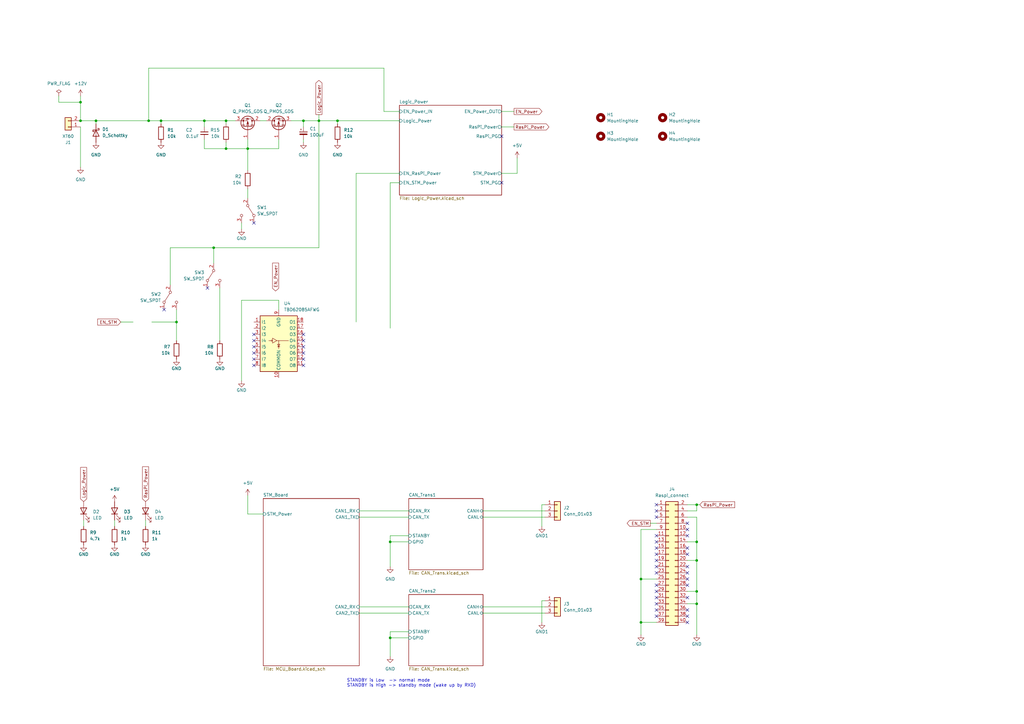
<source format=kicad_sch>
(kicad_sch (version 20250114) (generator "eeschema") (generator_version "9.0")
  (paper "A3")
  (lib_symbols
    (symbol "Connector_Generic:Conn_01x02" (pin_names (offset 1.016) (hide yes))
      (property "Reference" "J" (at 0 2.54 0))
      (property "Value" "Conn_01x02" (at 0 -5.08 0))
      (symbol "Conn_01x02_1_1"
        (rectangle (start -1.27 1.27) (end 1.27 -3.81) (stroke (width 0.254)) (fill (type background)))
        (rectangle (start -1.27 0.127) (end 0 -0.127) (stroke (width 0.1524)))
        (rectangle (start -1.27 -2.413) (end 0 -2.667) (stroke (width 0.1524)))
        (pin passive line (at -5.08 0 0) (length 3.81) (name "Pin_1") (number "1"))
        (pin passive line (at -5.08 -2.54 0) (length 3.81) (name "Pin_2") (number "2"))
      )
    )
    (symbol "Connector_Generic:Conn_01x03" (pin_names (offset 1.016) (hide yes))
      (property "Reference" "J" (at 0 5.08 0))
      (property "Value" "Conn_01x03" (at 0 -5.08 0))
      (symbol "Conn_01x03_1_1"
        (rectangle (start -1.27 3.81) (end 1.27 -3.81) (stroke (width 0.254)) (fill (type background)))
        (rectangle (start -1.27 2.667) (end 0 2.413) (stroke (width 0.1524)))
        (rectangle (start -1.27 0.127) (end 0 -0.127) (stroke (width 0.1524)))
        (rectangle (start -1.27 -2.413) (end 0 -2.667) (stroke (width 0.1524)))
        (pin passive line (at -5.08 2.54 0) (length 3.81) (name "Pin_1") (number "1"))
        (pin passive line (at -5.08 0 0) (length 3.81) (name "Pin_2") (number "2"))
        (pin passive line (at -5.08 -2.54 0) (length 3.81) (name "Pin_3") (number "3"))
      )
    )
    (symbol "Connector_Generic:Conn_02x20_Odd_Even" (pin_names (offset 1.016) (hide yes))
      (property "Reference" "J" (at 1.27 25.4 0))
      (property "Value" "Conn_02x20_Odd_Even" (at 1.27 -27.94 0))
      (symbol "Conn_02x20_Odd_Even_1_1"
        (rectangle (start -1.27 24.13) (end 3.81 -26.67) (stroke (width 0.254)) (fill (type background)))
        (rectangle (start -1.27 22.987) (end 0 22.733) (stroke (width 0.1524)))
        (rectangle (start -1.27 20.447) (end 0 20.193) (stroke (width 0.1524)))
        (rectangle (start -1.27 17.907) (end 0 17.653) (stroke (width 0.1524)))
        (rectangle (start -1.27 15.367) (end 0 15.113) (stroke (width 0.1524)))
        (rectangle (start -1.27 12.827) (end 0 12.573) (stroke (width 0.1524)))
        (rectangle (start -1.27 10.287) (end 0 10.033) (stroke (width 0.1524)))
        (rectangle (start -1.27 7.747) (end 0 7.493) (stroke (width 0.1524)))
        (rectangle (start -1.27 5.207) (end 0 4.953) (stroke (width 0.1524)))
        (rectangle (start -1.27 2.667) (end 0 2.413) (stroke (width 0.1524)))
        (rectangle (start -1.27 0.127) (end 0 -0.127) (stroke (width 0.1524)))
        (rectangle (start -1.27 -2.413) (end 0 -2.667) (stroke (width 0.1524)))
        (rectangle (start -1.27 -4.953) (end 0 -5.207) (stroke (width 0.1524)))
        (rectangle (start -1.27 -7.493) (end 0 -7.747) (stroke (width 0.1524)))
        (rectangle (start -1.27 -10.033) (end 0 -10.287) (stroke (width 0.1524)))
        (rectangle (start -1.27 -12.573) (end 0 -12.827) (stroke (width 0.1524)))
        (rectangle (start -1.27 -15.113) (end 0 -15.367) (stroke (width 0.1524)))
        (rectangle (start -1.27 -17.653) (end 0 -17.907) (stroke (width 0.1524)))
        (rectangle (start -1.27 -20.193) (end 0 -20.447) (stroke (width 0.1524)))
        (rectangle (start -1.27 -22.733) (end 0 -22.987) (stroke (width 0.1524)))
        (rectangle (start -1.27 -25.273) (end 0 -25.527) (stroke (width 0.1524)))
        (rectangle (start 3.81 22.987) (end 2.54 22.733) (stroke (width 0.1524)))
        (rectangle (start 3.81 20.447) (end 2.54 20.193) (stroke (width 0.1524)))
        (rectangle (start 3.81 17.907) (end 2.54 17.653) (stroke (width 0.1524)))
        (rectangle (start 3.81 15.367) (end 2.54 15.113) (stroke (width 0.1524)))
        (rectangle (start 3.81 12.827) (end 2.54 12.573) (stroke (width 0.1524)))
        (rectangle (start 3.81 10.287) (end 2.54 10.033) (stroke (width 0.1524)))
        (rectangle (start 3.81 7.747) (end 2.54 7.493) (stroke (width 0.1524)))
        (rectangle (start 3.81 5.207) (end 2.54 4.953) (stroke (width 0.1524)))
        (rectangle (start 3.81 2.667) (end 2.54 2.413) (stroke (width 0.1524)))
        (rectangle (start 3.81 0.127) (end 2.54 -0.127) (stroke (width 0.1524)))
        (rectangle (start 3.81 -2.413) (end 2.54 -2.667) (stroke (width 0.1524)))
        (rectangle (start 3.81 -4.953) (end 2.54 -5.207) (stroke (width 0.1524)))
        (rectangle (start 3.81 -7.493) (end 2.54 -7.747) (stroke (width 0.1524)))
        (rectangle (start 3.81 -10.033) (end 2.54 -10.287) (stroke (width 0.1524)))
        (rectangle (start 3.81 -12.573) (end 2.54 -12.827) (stroke (width 0.1524)))
        (rectangle (start 3.81 -15.113) (end 2.54 -15.367) (stroke (width 0.1524)))
        (rectangle (start 3.81 -17.653) (end 2.54 -17.907) (stroke (width 0.1524)))
        (rectangle (start 3.81 -20.193) (end 2.54 -20.447) (stroke (width 0.1524)))
        (rectangle (start 3.81 -22.733) (end 2.54 -22.987) (stroke (width 0.1524)))
        (rectangle (start 3.81 -25.273) (end 2.54 -25.527) (stroke (width 0.1524)))
        (pin passive line (at -5.08 22.86 0) (length 3.81) (name "Pin_1") (number "1"))
        (pin passive line (at -5.08 20.32 0) (length 3.81) (name "Pin_3") (number "3"))
        (pin passive line (at -5.08 17.78 0) (length 3.81) (name "Pin_5") (number "5"))
        (pin passive line (at -5.08 15.24 0) (length 3.81) (name "Pin_7") (number "7"))
        (pin passive line (at -5.08 12.7 0) (length 3.81) (name "Pin_9") (number "9"))
        (pin passive line (at -5.08 10.16 0) (length 3.81) (name "Pin_11") (number "11"))
        (pin passive line (at -5.08 7.62 0) (length 3.81) (name "Pin_13") (number "13"))
        (pin passive line (at -5.08 5.08 0) (length 3.81) (name "Pin_15") (number "15"))
        (pin passive line (at -5.08 2.54 0) (length 3.81) (name "Pin_17") (number "17"))
        (pin passive line (at -5.08 0 0) (length 3.81) (name "Pin_19") (number "19"))
        (pin passive line (at -5.08 -2.54 0) (length 3.81) (name "Pin_21") (number "21"))
        (pin passive line (at -5.08 -5.08 0) (length 3.81) (name "Pin_23") (number "23"))
        (pin passive line (at -5.08 -7.62 0) (length 3.81) (name "Pin_25") (number "25"))
        (pin passive line (at -5.08 -10.16 0) (length 3.81) (name "Pin_27") (number "27"))
        (pin passive line (at -5.08 -12.7 0) (length 3.81) (name "Pin_29") (number "29"))
        (pin passive line (at -5.08 -15.24 0) (length 3.81) (name "Pin_31") (number "31"))
        (pin passive line (at -5.08 -17.78 0) (length 3.81) (name "Pin_33") (number "33"))
        (pin passive line (at -5.08 -20.32 0) (length 3.81) (name "Pin_35") (number "35"))
        (pin passive line (at -5.08 -22.86 0) (length 3.81) (name "Pin_37") (number "37"))
        (pin passive line (at -5.08 -25.4 0) (length 3.81) (name "Pin_39") (number "39"))
        (pin passive line (at 7.62 22.86 180) (length 3.81) (name "Pin_2") (number "2"))
        (pin passive line (at 7.62 20.32 180) (length 3.81) (name "Pin_4") (number "4"))
        (pin passive line (at 7.62 17.78 180) (length 3.81) (name "Pin_6") (number "6"))
        (pin passive line (at 7.62 15.24 180) (length 3.81) (name "Pin_8") (number "8"))
        (pin passive line (at 7.62 12.7 180) (length 3.81) (name "Pin_10") (number "10"))
        (pin passive line (at 7.62 10.16 180) (length 3.81) (name "Pin_12") (number "12"))
        (pin passive line (at 7.62 7.62 180) (length 3.81) (name "Pin_14") (number "14"))
        (pin passive line (at 7.62 5.08 180) (length 3.81) (name "Pin_16") (number "16"))
        (pin passive line (at 7.62 2.54 180) (length 3.81) (name "Pin_18") (number "18"))
        (pin passive line (at 7.62 0 180) (length 3.81) (name "Pin_20") (number "20"))
        (pin passive line (at 7.62 -2.54 180) (length 3.81) (name "Pin_22") (number "22"))
        (pin passive line (at 7.62 -5.08 180) (length 3.81) (name "Pin_24") (number "24"))
        (pin passive line (at 7.62 -7.62 180) (length 3.81) (name "Pin_26") (number "26"))
        (pin passive line (at 7.62 -10.16 180) (length 3.81) (name "Pin_28") (number "28"))
        (pin passive line (at 7.62 -12.7 180) (length 3.81) (name "Pin_30") (number "30"))
        (pin passive line (at 7.62 -15.24 180) (length 3.81) (name "Pin_32") (number "32"))
        (pin passive line (at 7.62 -17.78 180) (length 3.81) (name "Pin_34") (number "34"))
        (pin passive line (at 7.62 -20.32 180) (length 3.81) (name "Pin_36") (number "36"))
        (pin passive line (at 7.62 -22.86 180) (length 3.81) (name "Pin_38") (number "38"))
        (pin passive line (at 7.62 -25.4 180) (length 3.81) (name "Pin_40") (number "40"))
      )
    )
    (symbol "Device:C_Polarized_Small" (pin_numbers (hide yes)) (pin_names (offset 0.254) (hide yes))
      (property "Reference" "C" (at 0.254 1.778 0))
      (property "Value" "C_Polarized_Small" (at 0.254 -2.032 0))
      (symbol "C_Polarized_Small_0_1"
        (rectangle (start -1.524 0.6858) (end 1.524 0.3048))
        (rectangle (start -1.524 -0.3048) (end 1.524 -0.6858) (fill (type outline)))
        (polyline (pts (xy -1.27 1.524) (xy -0.762 1.524)))
        (polyline (pts (xy -1.016 1.27) (xy -1.016 1.778)))
      )
      (symbol "C_Polarized_Small_1_1"
        (pin passive line (at 0 2.54 270) (length 1.8542) (name "~") (number "1"))
        (pin passive line (at 0 -2.54 90) (length 1.8542) (name "~") (number "2"))
      )
    )
    (symbol "Device:C_Small" (pin_numbers (hide yes)) (pin_names (offset 0.254) (hide yes))
      (property "Reference" "C" (at 0.254 1.778 0))
      (property "Value" "C_Small" (at 0.254 -2.032 0))
      (symbol "C_Small_0_1"
        (polyline (pts (xy -1.524 0.508) (xy 1.524 0.508)) (stroke (width 0.3048)))
        (polyline (pts (xy -1.524 -0.508) (xy 1.524 -0.508)) (stroke (width 0.3302)))
      )
      (symbol "C_Small_1_1"
        (pin passive line (at 0 2.54 270) (length 2.032) (name "~") (number "1"))
        (pin passive line (at 0 -2.54 90) (length 2.032) (name "~") (number "2"))
      )
    )
    (symbol "Device:D_Schottky" (pin_numbers (hide yes)) (pin_names (offset 1.016) (hide yes))
      (property "Reference" "D" (at 0 2.54 0))
      (property "Value" "D_Schottky" (at 0 -2.54 0))
      (symbol "D_Schottky_0_1"
        (polyline (pts (xy -1.905 0.635) (xy -1.905 1.27) (xy -1.27 1.27) (xy -1.27 -1.27) (xy -0.635 -1.27) (xy -0.635 -0.635)) (stroke (width 0.254)))
        (polyline (pts (xy 1.27 1.27) (xy 1.27 -1.27) (xy -1.27 0) (xy 1.27 1.27)) (stroke (width 0.254)))
        (polyline (pts (xy 1.27 0) (xy -1.27 0)))
      )
      (symbol "D_Schottky_1_1"
        (pin passive line (at -3.81 0 0) (length 2.54) (name "K") (number "1"))
        (pin passive line (at 3.81 0 180) (length 2.54) (name "A") (number "2"))
      )
    )
    (symbol "Device:LED" (pin_numbers (hide yes)) (pin_names (offset 1.016) (hide yes))
      (property "Reference" "D" (at 0 2.54 0))
      (property "Value" "LED" (at 0 -2.54 0))
      (symbol "LED_0_1"
        (polyline (pts (xy -3.048 -0.762) (xy -4.572 -2.286) (xy -3.81 -2.286) (xy -4.572 -2.286) (xy -4.572 -1.524)))
        (polyline (pts (xy -1.778 -0.762) (xy -3.302 -2.286) (xy -2.54 -2.286) (xy -3.302 -2.286) (xy -3.302 -1.524)))
        (polyline (pts (xy -1.27 0) (xy 1.27 0)))
        (polyline (pts (xy -1.27 -1.27) (xy -1.27 1.27)) (stroke (width 0.254)))
        (polyline (pts (xy 1.27 -1.27) (xy 1.27 1.27) (xy -1.27 0) (xy 1.27 -1.27)) (stroke (width 0.254)))
      )
      (symbol "LED_1_1"
        (pin passive line (at -3.81 0 0) (length 2.54) (name "K") (number "1"))
        (pin passive line (at 3.81 0 180) (length 2.54) (name "A") (number "2"))
      )
    )
    (symbol "Device:Q_PMOS_GDS" (pin_names (offset 0) (hide yes))
      (property "Reference" "Q" (at 5.08 1.27 0))
      (property "Value" "Q_PMOS_GDS" (at 5.08 -1.27 0))
      (symbol "Q_PMOS_GDS_0_1"
        (polyline (pts (xy 0.254 1.905) (xy 0.254 -1.905)) (stroke (width 0.254)))
        (polyline (pts (xy 0.254 0) (xy -2.54 0)))
        (polyline (pts (xy 0.762 2.286) (xy 0.762 1.27)) (stroke (width 0.254)))
        (polyline (pts (xy 0.762 1.778) (xy 3.302 1.778) (xy 3.302 -1.778) (xy 0.762 -1.778)))
        (polyline (pts (xy 0.762 0.508) (xy 0.762 -0.508)) (stroke (width 0.254)))
        (polyline (pts (xy 0.762 -1.27) (xy 0.762 -2.286)) (stroke (width 0.254)))
        (circle (center 1.651 0) (radius 2.794) (stroke (width 0.254)))
        (polyline (pts (xy 2.286 0) (xy 1.27 0.381) (xy 1.27 -0.381) (xy 2.286 0)) (fill (type outline)))
        (polyline (pts (xy 2.54 2.54) (xy 2.54 1.778)))
        (circle (center 2.54 1.778) (radius 0.254) (fill (type outline)))
        (circle (center 2.54 -1.778) (radius 0.254) (fill (type outline)))
        (polyline (pts (xy 2.54 -2.54) (xy 2.54 0) (xy 0.762 0)))
        (polyline (pts (xy 2.794 -0.508) (xy 2.921 -0.381) (xy 3.683 -0.381) (xy 3.81 -0.254)))
        (polyline (pts (xy 3.302 -0.381) (xy 2.921 0.254) (xy 3.683 0.254) (xy 3.302 -0.381)))
      )
      (symbol "Q_PMOS_GDS_1_1"
        (pin input line (at -5.08 0 0) (length 2.54) (name "G") (number "1"))
        (pin passive line (at 2.54 5.08 270) (length 2.54) (name "D") (number "2"))
        (pin passive line (at 2.54 -5.08 90) (length 2.54) (name "S") (number "3"))
      )
    )
    (symbol "Device:R" (pin_numbers (hide yes)) (pin_names (offset 0))
      (property "Reference" "R" (at 2.032 0 90))
      (property "Value" "R" (at 0 0 90))
      (symbol "R_0_1"
        (rectangle (start -1.016 -2.54) (end 1.016 2.54) (stroke (width 0.254)))
      )
      (symbol "R_1_1"
        (pin passive line (at 0 3.81 270) (length 1.27) (name "~") (number "1"))
        (pin passive line (at 0 -3.81 90) (length 1.27) (name "~") (number "2"))
      )
    )
    (symbol "Mechanical:MountingHole" (pin_names (offset 1.016))
      (property "Reference" "H" (at 0 5.08 0))
      (property "Value" "MountingHole" (at 0 3.175 0))
      (symbol "MountingHole_0_1"
        (circle (center 0 0) (radius 1.27) (stroke (width 1.27)))
      )
    )
    (symbol "Switch:SW_SPDT" (pin_names (offset 0) (hide yes))
      (property "Reference" "SW" (at 0 4.318 0))
      (property "Value" "SW_SPDT" (at 0 -5.08 0))
      (symbol "SW_SPDT_0_0"
        (circle (center -2.032 0) (radius 0.508))
        (circle (center 2.032 -2.54) (radius 0.508))
      )
      (symbol "SW_SPDT_0_1"
        (polyline (pts (xy -1.524 0.254) (xy 1.651 2.286)))
        (circle (center 2.032 2.54) (radius 0.508))
      )
      (symbol "SW_SPDT_1_1"
        (pin passive line (at -5.08 0 0) (length 2.54) (name "B") (number "2"))
        (pin passive line (at 5.08 2.54 180) (length 2.54) (name "A") (number "1"))
        (pin passive line (at 5.08 -2.54 180) (length 2.54) (name "C") (number "3"))
      )
    )
    (symbol "Transistor_Array:TBD62785AFWG"
      (property "Reference" "U5" (at 2.1433 15.24 0))
      (property "Value" "TBD62085AFWG" (at 2.1433 12.7 0))
      (symbol "TBD62785AFWG_0_1"
        (rectangle (start -7.62 10.16) (end 7.62 -12.7) (stroke (width 0.254)) (fill (type background)))
        (polyline (pts (xy -4.064 0) (xy -3.048 0)))
        (circle (center -2.794 0) (radius 0.254))
        (polyline (pts (xy -2.54 0) (xy -2.54 0) (xy -2.54 1.016) (xy -0.762 0) (xy -2.54 -1.016) (xy -2.54 0)))
        (polyline (pts (xy -1.778 2.794) (xy -1.778 2.794)) (stroke (width 0.254)))
        (polyline (pts (xy -1.778 2.032) (xy -1.778 2.032)) (stroke (width 0.254)))
        (polyline (pts (xy -1.778 1.27) (xy -1.778 1.27)) (stroke (width 0.254)))
        (polyline (pts (xy -1.778 -1.27) (xy -1.778 -1.27)) (stroke (width 0.254)))
        (polyline (pts (xy -1.778 -2.032) (xy -1.778 -2.032)) (stroke (width 0.254)))
        (polyline (pts (xy -1.778 -2.794) (xy -1.778 -2.794)) (stroke (width 0.254)))
        (polyline (pts (xy -0.762 0) (xy 4.064 0)))
        (polyline (pts (xy -0.508 -2.54) (xy 0.508 -2.54)))
        (polyline (pts (xy 0 0) (xy 0 0)) (stroke (width 0.508)))
        (polyline (pts (xy 0 0) (xy 0 -3.302)))
        (polyline (pts (xy 0 -2.54) (xy -0.508 -1.524) (xy 0.508 -1.524) (xy 0 -2.54)))
      )
      (symbol "TBD62785AFWG_1_1"
        (pin input line (at -10.16 7.62 0) (length 2.54) (name "I1") (number "1"))
        (pin input line (at -10.16 5.08 0) (length 2.54) (name "I2") (number "2"))
        (pin input line (at -10.16 2.54 0) (length 2.54) (name "I3") (number "3"))
        (pin input line (at -10.16 0 0) (length 2.54) (name "I4") (number "4"))
        (pin input line (at -10.16 -2.54 0) (length 2.54) (name "I5") (number "5"))
        (pin input line (at -10.16 -5.08 0) (length 2.54) (name "I6") (number "6"))
        (pin input line (at -10.16 -7.62 0) (length 2.54) (name "I7") (number "7"))
        (pin input line (at -10.16 -10.16 0) (length 2.54) (name "I8") (number "8"))
        (pin power_in line (at 0 12.7 270) (length 2.54) (name "GND") (number "9"))
        (pin power_in line (at 0 -15.24 90) (length 2.54) (name "COMMON") (number "10"))
        (pin open_emitter line (at 10.16 7.62 180) (length 2.54) (name "O1") (number "18"))
        (pin open_emitter line (at 10.16 5.08 180) (length 2.54) (name "O2") (number "17"))
        (pin open_emitter line (at 10.16 2.54 180) (length 2.54) (name "O3") (number "16"))
        (pin open_emitter line (at 10.16 0 180) (length 2.54) (name "O4") (number "15"))
        (pin open_emitter line (at 10.16 -2.54 180) (length 2.54) (name "O5") (number "14"))
        (pin open_emitter line (at 10.16 -5.08 180) (length 2.54) (name "O6") (number "13"))
        (pin open_emitter line (at 10.16 -7.62 180) (length 2.54) (name "O7") (number "12"))
        (pin open_emitter line (at 10.16 -10.16 180) (length 2.54) (name "O8") (number "11"))
      )
    )
    (symbol "power:+12V" (power) (pin_names (offset 0))
      (property "Value" "+12V" (at 0 3.556 0))
      (symbol "+12V_0_1"
        (polyline (pts (xy -0.762 1.27) (xy 0 2.54)))
        (polyline (pts (xy 0 2.54) (xy 0.762 1.27)))
        (polyline (pts (xy 0 0) (xy 0 2.54)))
      )
      (symbol "+12V_1_1"
        (pin power_in line (at 0 0 90) (length 0) (hide yes) (name "+12V") (number "1"))
      )
    )
    (symbol "power:+5V" (power) (pin_names (offset 0))
      (property "Value" "+5V" (at 0 3.556 0))
      (symbol "+5V_0_1"
        (polyline (pts (xy -0.762 1.27) (xy 0 2.54)))
        (polyline (pts (xy 0 2.54) (xy 0.762 1.27)))
        (polyline (pts (xy 0 0) (xy 0 2.54)))
      )
      (symbol "+5V_1_1"
        (pin power_in line (at 0 0 90) (length 0) (hide yes) (name "+5V") (number "1"))
      )
    )
    (symbol "power:GND" (power) (pin_names (offset 0))
      (property "Value" "GND" (at 0 -3.81 0))
      (symbol "GND_0_1"
        (polyline (pts (xy 0 0) (xy 0 -1.27) (xy 1.27 -1.27) (xy 0 -2.54) (xy -1.27 -1.27) (xy 0 -1.27)))
      )
      (symbol "GND_1_1"
        (pin power_in line (at 0 0 270) (length 0) (hide yes) (name "GND") (number "1"))
      )
    )
    (symbol "power:GND1" (power) (pin_names (offset 0))
      (property "Value" "GND1" (at 0 -3.81 0))
      (symbol "GND1_0_1"
        (polyline (pts (xy 0 0) (xy 0 -1.27) (xy 1.27 -1.27) (xy 0 -2.54) (xy -1.27 -1.27) (xy 0 -1.27)))
      )
      (symbol "GND1_1_1"
        (pin power_in line (at 0 0 270) (length 0) (hide yes) (name "GND1") (number "1"))
      )
    )
    (symbol "power:PWR_FLAG" (power) (pin_numbers (hide yes)) (pin_names (offset 0) (hide yes))
      (property "Value" "PWR_FLAG" (at 0 3.81 0))
      (symbol "PWR_FLAG_0_0"
        (pin power_out line (at 0 0 90) (length 0) (name "pwr") (number "1"))
      )
      (symbol "PWR_FLAG_0_1"
        (polyline (pts (xy 0 0) (xy 0 1.27) (xy -1.016 1.905) (xy 0 2.54) (xy 1.016 1.905) (xy 0 1.27)))
      )
    )
  )
  (text "STANDBY is Low  -> normal mode\nSTANDBY is High -> standby mode (wake up by RXD)" (at 142.24 281.94 0) (effects (font (size 1.27 1.27)) (justify left bottom)))
  (junction (at 262.89 237.49))
  (junction (at 66.04 49.53))
  (junction (at 130.81 49.53))
  (junction (at 285.75 222.25))
  (junction (at 92.71 60.96))
  (junction (at 285.75 207.01))
  (junction (at 160.02 222.25))
  (junction (at 33.02 49.53))
  (junction (at 60.96 49.53))
  (junction (at 39.37 49.53))
  (junction (at 124.46 49.53))
  (junction (at 92.71 49.53))
  (junction (at 83.82 49.53))
  (junction (at 285.75 247.65))
  (junction (at 138.43 49.53))
  (junction (at 33.02 41.91))
  (junction (at 262.89 255.27))
  (junction (at 285.75 242.57))
  (junction (at 87.63 101.6))
  (junction (at 160.02 261.62))
  (junction (at 72.39 132.08))
  (junction (at 101.6 60.96))
  (junction (at 285.75 229.87))
  (no_connect (at 269.24 229.87))
  (no_connect (at 104.14 149.86))
  (no_connect (at 104.14 142.24))
  (no_connect (at 281.94 224.79))
  (no_connect (at 269.24 227.33))
  (no_connect (at 281.94 217.17))
  (no_connect (at 205.74 74.93))
  (no_connect (at 281.94 240.03))
  (no_connect (at 281.94 214.63))
  (no_connect (at 281.94 255.27))
  (no_connect (at 124.46 142.24))
  (no_connect (at 104.14 91.44))
  (no_connect (at 269.24 240.03))
  (no_connect (at 124.46 137.16))
  (no_connect (at 281.94 245.11))
  (no_connect (at 124.46 149.86))
  (no_connect (at 269.24 209.55))
  (no_connect (at 269.24 212.09))
  (no_connect (at 104.14 137.16))
  (no_connect (at 124.46 147.32))
  (no_connect (at 281.94 250.19))
  (no_connect (at 104.14 139.7))
  (no_connect (at 104.14 144.78))
  (no_connect (at 124.46 144.78))
  (no_connect (at 269.24 232.41))
  (no_connect (at 269.24 234.95))
  (no_connect (at 269.24 224.79))
  (no_connect (at 281.94 252.73))
  (no_connect (at 281.94 219.71))
  (no_connect (at 269.24 207.01))
  (no_connect (at 281.94 227.33))
  (no_connect (at 269.24 247.65))
  (no_connect (at 269.24 245.11))
  (no_connect (at 281.94 237.49))
  (no_connect (at 269.24 242.57))
  (no_connect (at 205.74 55.88))
  (no_connect (at 85.09 118.11))
  (no_connect (at 269.24 252.73))
  (no_connect (at 281.94 234.95))
  (no_connect (at 281.94 232.41))
  (no_connect (at 269.24 250.19))
  (no_connect (at 67.31 127))
  (no_connect (at 269.24 222.25))
  (no_connect (at 104.14 147.32))
  (no_connect (at 124.46 139.7))
  (no_connect (at 269.24 219.71))
  (wire (pts (xy 69.85 101.6) (xy 87.63 101.6)))
  (wire (pts (xy 147.32 209.55) (xy 167.64 209.55)))
  (wire (pts (xy 83.82 49.53) (xy 92.71 49.53)))
  (wire (pts (xy 160.02 222.25) (xy 167.64 222.25)))
  (wire (pts (xy 138.43 49.53) (xy 163.83 49.53)))
  (wire (pts (xy 285.75 229.87) (xy 285.75 242.57)))
  (wire (pts (xy 281.94 207.01) (xy 285.75 207.01)))
  (wire (pts (xy 167.64 219.71) (xy 160.02 219.71)))
  (wire (pts (xy 285.75 212.09) (xy 285.75 222.25)))
  (wire (pts (xy 130.81 49.53) (xy 138.43 49.53)))
  (wire (pts (xy 66.04 49.53) (xy 66.04 50.8)))
  (wire (pts (xy 262.89 255.27) (xy 269.24 255.27)))
  (wire (pts (xy 39.37 49.53) (xy 60.96 49.53)))
  (wire (pts (xy 130.81 46.99) (xy 130.81 49.53)))
  (wire (pts (xy 223.52 248.92) (xy 198.12 248.92)))
  (wire (pts (xy 198.12 251.46) (xy 223.52 251.46)))
  (wire (pts (xy 109.22 49.53) (xy 106.68 49.53)))
  (wire (pts (xy 87.63 101.6) (xy 87.63 107.95)))
  (wire (pts (xy 223.52 207.01) (xy 222.25 207.01)))
  (wire (pts (xy 160.02 74.93) (xy 163.83 74.93)))
  (wire (pts (xy 160.02 261.62) (xy 160.02 269.24)))
  (wire (pts (xy 114.3 57.15) (xy 114.3 60.96)))
  (wire (pts (xy 124.46 49.53) (xy 124.46 52.07)))
  (wire (pts (xy 124.46 58.42) (xy 124.46 57.15)))
  (wire (pts (xy 101.6 57.15) (xy 101.6 60.96)))
  (wire (pts (xy 157.48 27.94) (xy 157.48 45.72)))
  (wire (pts (xy 269.24 217.17) (xy 262.89 217.17)))
  (wire (pts (xy 167.64 259.08) (xy 160.02 259.08)))
  (wire (pts (xy 33.02 52.07) (xy 33.02 68.58)))
  (wire (pts (xy 62.23 132.08) (xy 72.39 132.08)))
  (wire (pts (xy 147.32 212.09) (xy 167.64 212.09)))
  (wire (pts (xy 285.75 209.55) (xy 285.75 207.01)))
  (wire (pts (xy 198.12 212.09) (xy 223.52 212.09)))
  (wire (pts (xy 281.94 229.87) (xy 285.75 229.87)))
  (wire (pts (xy 285.75 222.25) (xy 285.75 229.87)))
  (wire (pts (xy 39.37 50.8) (xy 39.37 49.53)))
  (wire (pts (xy 262.89 237.49) (xy 262.89 255.27)))
  (wire (pts (xy 24.13 39.37) (xy 24.13 41.91)))
  (wire (pts (xy 205.74 45.72) (xy 210.82 45.72)))
  (wire (pts (xy 33.02 49.53) (xy 39.37 49.53)))
  (wire (pts (xy 101.6 203.2) (xy 101.6 210.82)))
  (wire (pts (xy 90.17 118.11) (xy 90.17 139.7)))
  (wire (pts (xy 223.52 246.38) (xy 222.25 246.38)))
  (wire (pts (xy 281.94 247.65) (xy 285.75 247.65)))
  (wire (pts (xy 114.3 60.96) (xy 101.6 60.96)))
  (wire (pts (xy 33.02 41.91) (xy 33.02 49.53)))
  (wire (pts (xy 66.04 49.53) (xy 83.82 49.53)))
  (wire (pts (xy 92.71 58.42) (xy 92.71 60.96)))
  (wire (pts (xy 157.48 45.72) (xy 163.83 45.72)))
  (wire (pts (xy 92.71 49.53) (xy 92.71 50.8)))
  (wire (pts (xy 222.25 207.01) (xy 222.25 215.9)))
  (wire (pts (xy 285.75 247.65) (xy 285.75 260.35)))
  (wire (pts (xy 34.29 213.36) (xy 34.29 215.9)))
  (wire (pts (xy 101.6 60.96) (xy 101.6 69.85)))
  (wire (pts (xy 160.02 259.08) (xy 160.02 261.62)))
  (wire (pts (xy 46.99 213.36) (xy 46.99 215.9)))
  (wire (pts (xy 160.02 219.71) (xy 160.02 222.25)))
  (wire (pts (xy 198.12 209.55) (xy 223.52 209.55)))
  (wire (pts (xy 281.94 212.09) (xy 285.75 212.09)))
  (wire (pts (xy 92.71 60.96) (xy 101.6 60.96)))
  (wire (pts (xy 66.04 49.53) (xy 60.96 49.53)))
  (wire (pts (xy 24.13 41.91) (xy 33.02 41.91)))
  (wire (pts (xy 60.96 49.53) (xy 60.96 27.94)))
  (wire (pts (xy 147.32 251.46) (xy 167.64 251.46)))
  (wire (pts (xy 205.74 52.07) (xy 210.82 52.07)))
  (wire (pts (xy 60.96 27.94) (xy 157.48 27.94)))
  (wire (pts (xy 262.89 237.49) (xy 269.24 237.49)))
  (wire (pts (xy 285.75 207.01) (xy 287.02 207.01)))
  (wire (pts (xy 222.25 246.38) (xy 222.25 255.27)))
  (wire (pts (xy 146.05 132.08) (xy 146.05 71.12)))
  (wire (pts (xy 124.46 49.53) (xy 130.81 49.53)))
  (wire (pts (xy 83.82 49.53) (xy 83.82 52.07)))
  (wire (pts (xy 49.53 132.08) (xy 54.61 132.08)))
  (wire (pts (xy 101.6 210.82) (xy 107.95 210.82)))
  (wire (pts (xy 99.06 93.98) (xy 99.06 91.44)))
  (wire (pts (xy 83.82 60.96) (xy 92.71 60.96)))
  (wire (pts (xy 130.81 101.6) (xy 130.81 49.53)))
  (wire (pts (xy 146.05 71.12) (xy 163.83 71.12)))
  (wire (pts (xy 101.6 77.47) (xy 101.6 81.28)))
  (wire (pts (xy 138.43 49.53) (xy 138.43 50.8)))
  (wire (pts (xy 262.89 217.17) (xy 262.89 237.49)))
  (wire (pts (xy 72.39 132.08) (xy 72.39 139.7)))
  (wire (pts (xy 160.02 261.62) (xy 167.64 261.62)))
  (wire (pts (xy 212.09 64.77) (xy 212.09 71.12)))
  (wire (pts (xy 99.06 123.19) (xy 99.06 156.21)))
  (wire (pts (xy 160.02 222.25) (xy 160.02 232.41)))
  (wire (pts (xy 87.63 101.6) (xy 130.81 101.6)))
  (wire (pts (xy 59.69 213.36) (xy 59.69 215.9)))
  (wire (pts (xy 281.94 209.55) (xy 285.75 209.55)))
  (wire (pts (xy 266.7 214.63) (xy 269.24 214.63)))
  (wire (pts (xy 92.71 49.53) (xy 96.52 49.53)))
  (wire (pts (xy 147.32 248.92) (xy 167.64 248.92)))
  (wire (pts (xy 281.94 242.57) (xy 285.75 242.57)))
  (wire (pts (xy 281.94 222.25) (xy 285.75 222.25)))
  (wire (pts (xy 99.06 123.19) (xy 114.3 123.19)))
  (wire (pts (xy 124.46 49.53) (xy 119.38 49.53)))
  (wire (pts (xy 69.85 101.6) (xy 69.85 116.84)))
  (wire (pts (xy 72.39 127) (xy 72.39 132.08)))
  (wire (pts (xy 33.02 39.37) (xy 33.02 41.91)))
  (wire (pts (xy 285.75 242.57) (xy 285.75 247.65)))
  (wire (pts (xy 114.3 123.19) (xy 114.3 127)))
  (wire (pts (xy 83.82 57.15) (xy 83.82 60.96)))
  (wire (pts (xy 160.02 134.62) (xy 160.02 74.93)))
  (wire (pts (xy 262.89 255.27) (xy 262.89 260.35)))
  (wire (pts (xy 205.74 71.12) (xy 212.09 71.12)))
  (global_label "EN_Power" (shape input) (at 113.03 119.38 90) (property "Intersheetrefs" "${INTERSHEET_REFS}" (effects (hide yes))))
  (global_label "EN_STM" (shape input) (at 49.53 132.08 180) (property "Intersheetrefs" "${INTERSHEET_REFS}" (effects (hide yes))))
  (global_label "RasPi_Power" (shape output) (at 210.82 52.07 0) (property "Intersheetrefs" "${INTERSHEET_REFS}" (effects (hide yes))))
  (global_label "Logic_Power" (shape input) (at 34.29 205.74 90) (property "Intersheetrefs" "${INTERSHEET_REFS}" (effects (hide yes))))
  (global_label "RasPi_Power" (shape input) (at 59.69 205.74 90) (property "Intersheetrefs" "${INTERSHEET_REFS}" (effects (hide yes))))
  (global_label "RasPi_Power" (shape input) (at 287.02 207.01 0) (property "Intersheetrefs" "${INTERSHEET_REFS}" (effects (hide yes))))
  (global_label "Logic_Power" (shape output) (at 130.81 46.99 90) (property "Intersheetrefs" "${INTERSHEET_REFS}" (effects (hide yes))))
  (global_label "EN_STM" (shape output) (at 266.7 214.63 180) (property "Intersheetrefs" "${INTERSHEET_REFS}" (effects (hide yes))))
  (global_label "EN_Power" (shape output) (at 210.82 45.72 0) (property "Intersheetrefs" "${INTERSHEET_REFS}" (effects (hide yes))))
  (symbol (lib_id "Mechanical:MountingHole") (at 246.38 55.88 0) (unit 1)
    (property "Reference" "H3" (at 248.92 54.61 0) (effects (justify left)))
    (property "Value" "MountingHole" (at 248.92 57.15 0) (effects (justify left)))
    (property "Footprint" "MountingHole:MountingHole_3.2mm_M3" (effects (hide yes)))
  )
  (symbol (lib_id "power:GND") (at 285.75 260.35 0) (unit 1)
    (property "Reference" "#PWR025" (effects (hide yes)))
    (property "Value" "GND" (at 285.75 264.16 0))
  )
  (symbol (lib_id "Device:R") (at 92.71 54.61 0) (mirror y) (unit 1)
    (property "Reference" "R15" (at 90.17 53.34 0) (effects (justify left)))
    (property "Value" "10k" (at 90.17 55.88 0) (effects (justify left)))
    (property "Footprint" "Resistor_SMD:R_0603_1608Metric" (effects (hide yes)))
  )
  (symbol (lib_id "power:GND") (at 39.37 58.42 0) (unit 1)
    (property "Reference" "#PWR03" (effects (hide yes)))
    (property "Value" "GND" (at 39.37 63.5 0))
  )
  (symbol (lib_id "Device:Q_PMOS_GDS") (at 101.6 52.07 270) (mirror x) (unit 1)
    (property "Reference" "Q1" (at 101.6 43.18 90))
    (property "Value" "Q_PMOS_GDS" (at 101.6 45.72 90))
    (property "Footprint" "Package_TO_SOT_SMD:TO-252-2" (effects (hide yes)))
    (property "Datasheet" "https://akizukidenshi.com/goodsaffix/TJ60S04M3L_datasheet_ja_20200624.pdf" (effects (hide yes)))
  )
  (symbol (lib_id "power:GND") (at 72.39 147.32 0) (unit 1)
    (property "Reference" "#PWR027" (effects (hide yes)))
    (property "Value" "GND" (at 72.39 151.13 0))
  )
  (symbol (lib_id "power:+5V") (at 101.6 203.2 0) (unit 1)
    (property "Reference" "#PWR05" (effects (hide yes)))
    (property "Value" "+5V" (at 101.6 198.12 0))
  )
  (symbol (lib_id "Device:R") (at 101.6 73.66 0) (mirror y) (unit 1)
    (property "Reference" "R2" (at 99.06 72.39 0) (effects (justify left)))
    (property "Value" "10k" (at 99.06 74.93 0) (effects (justify left)))
    (property "Footprint" "Resistor_SMD:R_0603_1608Metric" (effects (hide yes)))
  )
  (symbol (lib_id "Connector_Generic:Conn_02x20_Odd_Even") (at 274.32 229.87 0) (unit 1)
    (property "Reference" "J4" (at 275.59 200.66 0))
    (property "Value" "Raspi_connect" (at 275.59 203.2 0))
    (property "Footprint" "Connector_PinHeader_2.54mm:PinHeader_2x20_P2.54mm_Vertical" (effects (hide yes)))
  )
  (symbol (lib_id "Mechanical:MountingHole") (at 246.38 48.26 0) (unit 1)
    (property "Reference" "H1" (at 248.92 46.99 0) (effects (justify left)))
    (property "Value" "MountingHole" (at 248.92 49.53 0) (effects (justify left)))
    (property "Footprint" "MountingHole:MountingHole_3.2mm_M3" (effects (hide yes)))
  )
  (symbol (lib_id "power:GND") (at 34.29 223.52 0) (unit 1)
    (property "Reference" "#PWR029" (effects (hide yes)))
    (property "Value" "GND" (at 34.29 227.33 0))
  )
  (symbol (lib_id "Device:LED") (at 34.29 209.55 90) (unit 1)
    (property "Reference" "D2" (at 38.1 209.8675 90) (effects (justify right)))
    (property "Value" "LED" (at 38.1 212.4075 90) (effects (justify right)))
    (property "Footprint" "LED_SMD:LED_0603_1608Metric" (effects (hide yes)))
  )
  (symbol (lib_id "Device:R") (at 46.99 219.71 0) (unit 1)
    (property "Reference" "R10" (at 49.53 218.44 0) (effects (justify left)))
    (property "Value" "1k" (at 49.53 220.98 0) (effects (justify left)))
    (property "Footprint" "Resistor_SMD:R_0603_1608Metric" (effects (hide yes)))
  )
  (symbol (lib_id "Switch:SW_SPDT") (at 101.6 86.36 270) (unit 1)
    (property "Reference" "SW1" (at 105.41 85.09 90) (effects (justify left)))
    (property "Value" "SW_SPDT" (at 105.41 87.63 90) (effects (justify left)))
    (property "Footprint" "RDC_humanoid_project:Toggle_switch" (effects (hide yes)))
    (property "Datasheet" "https://akizukidenshi.com/goodsaffix/2MS1-T1-B4-VS2-Q-E-S.pdf" (effects (hide yes)))
  )
  (symbol (lib_id "power:GND1") (at 222.25 215.9 0) (unit 1)
    (property "Reference" "#PWR09" (effects (hide yes)))
    (property "Value" "GND1" (at 222.25 219.71 0))
  )
  (symbol (lib_id "Connector_Generic:Conn_01x03") (at 228.6 209.55 0) (unit 1)
    (property "Reference" "J2" (at 231.14 208.28 0) (effects (justify left)))
    (property "Value" "Conn_01x03" (at 231.14 210.82 0) (effects (justify left)))
    (property "Footprint" "Connector_JST:JST_XA_S03B-XASK-1_1x03_P2.50mm_Horizontal" (effects (hide yes)))
    (property "Datasheet" "https://www.jst-mfg.com/product/pdf/eng/eXA-WB.pdf?67d6871ee54a2" (effects (hide yes)))
  )
  (symbol (lib_id "Connector_Generic:Conn_01x03") (at 228.6 248.92 0) (unit 1)
    (property "Reference" "J3" (at 231.14 247.65 0) (effects (justify left)))
    (property "Value" "Conn_01x03" (at 231.14 250.19 0) (effects (justify left)))
    (property "Footprint" "Connector_JST:JST_XA_S03B-XASK-1_1x03_P2.50mm_Horizontal" (effects (hide yes)))
    (property "Datasheet" "https://www.jst-mfg.com/product/pdf/eng/eXA-WB.pdf?67d6871ee54a2" (effects (hide yes)))
  )
  (symbol (lib_id "power:GND") (at 262.89 260.35 0) (unit 1)
    (property "Reference" "#PWR023" (effects (hide yes)))
    (property "Value" "GND" (at 262.89 264.16 0))
  )
  (symbol (lib_id "Device:LED") (at 46.99 209.55 90) (unit 1)
    (property "Reference" "D3" (at 50.8 209.8675 90) (effects (justify right)))
    (property "Value" "LED" (at 50.8 212.4075 90) (effects (justify right)))
    (property "Footprint" "LED_SMD:LED_0603_1608Metric" (effects (hide yes)))
  )
  (symbol (lib_id "power:GND") (at 99.06 156.21 0) (unit 1)
    (property "Reference" "#PWR019" (effects (hide yes)))
    (property "Value" "GND" (at 99.06 160.02 0))
  )
  (symbol (lib_id "power:+12V") (at 33.02 39.37 0) (unit 1)
    (property "Reference" "#PWR02" (effects (hide yes)))
    (property "Value" "+12V" (at 33.02 34.29 0))
  )
  (symbol (lib_id "power:GND1") (at 222.25 255.27 0) (unit 1)
    (property "Reference" "#PWR010" (effects (hide yes)))
    (property "Value" "GND1" (at 222.25 259.08 0))
  )
  (symbol (lib_id "power:GND") (at 90.17 147.32 0) (unit 1)
    (property "Reference" "#PWR028" (effects (hide yes)))
    (property "Value" "GND" (at 90.17 151.13 0))
  )
  (symbol (lib_id "Device:R") (at 59.69 219.71 0) (unit 1)
    (property "Reference" "R11" (at 62.23 218.44 0) (effects (justify left)))
    (property "Value" "1k" (at 62.23 220.98 0) (effects (justify left)))
    (property "Footprint" "Resistor_SMD:R_0603_1608Metric" (effects (hide yes)))
  )
  (symbol (lib_id "power:+5V") (at 46.99 205.74 0) (unit 1)
    (property "Reference" "#PWR032" (effects (hide yes)))
    (property "Value" "+5V" (at 46.99 200.66 0))
  )
  (symbol (lib_id "Switch:SW_SPDT") (at 87.63 113.03 90) (mirror x) (unit 1)
    (property "Reference" "SW3" (at 83.82 111.76 90) (effects (justify left)))
    (property "Value" "SW_SPDT" (at 83.82 114.3 90) (effects (justify left)))
    (property "Footprint" "RDC_humanoid_project:Toggle_switch" (effects (hide yes)))
    (property "Datasheet" "https://akizukidenshi.com/goodsaffix/2MS1-T1-B4-VS2-Q-E-S.pdf" (effects (hide yes)))
  )
  (symbol (lib_id "Device:LED") (at 59.69 209.55 90) (unit 1)
    (property "Reference" "D4" (at 63.5 209.8675 90) (effects (justify right)))
    (property "Value" "LED" (at 63.5 212.4075 90) (effects (justify right)))
    (property "Footprint" "LED_SMD:LED_0603_1608Metric" (effects (hide yes)))
  )
  (symbol (lib_id "Mechanical:MountingHole") (at 271.78 48.26 0) (unit 1)
    (property "Reference" "H2" (at 274.32 46.99 0) (effects (justify left)))
    (property "Value" "MountingHole" (at 274.32 49.53 0) (effects (justify left)))
    (property "Footprint" "MountingHole:MountingHole_3.2mm_M3" (effects (hide yes)))
  )
  (symbol (lib_id "power:GND") (at 46.99 223.52 0) (unit 1)
    (property "Reference" "#PWR030" (effects (hide yes)))
    (property "Value" "GND" (at 46.99 227.33 0))
  )
  (symbol (lib_id "Device:R") (at 66.04 54.61 0) (unit 1)
    (property "Reference" "R1" (at 68.58 53.34 0) (effects (justify left)))
    (property "Value" "10k" (at 68.58 55.88 0) (effects (justify left)))
    (property "Footprint" "Resistor_SMD:R_0603_1608Metric" (effects (hide yes)))
  )
  (symbol (lib_id "power:GND") (at 99.06 93.98 0) (unit 1)
    (property "Reference" "#PWR07" (effects (hide yes)))
    (property "Value" "GND" (at 99.06 97.79 0))
  )
  (symbol (lib_id "Device:Q_PMOS_GDS") (at 114.3 52.07 90) (unit 1)
    (property "Reference" "Q2" (at 114.3 43.18 90))
    (property "Value" "Q_PMOS_GDS" (at 114.3 45.72 90))
    (property "Footprint" "Package_TO_SOT_SMD:TO-252-2" (effects (hide yes)))
    (property "Datasheet" "https://akizukidenshi.com/goodsaffix/TJ60S04M3L_datasheet_ja_20200624.pdf" (effects (hide yes)))
  )
  (symbol (lib_id "power:GND") (at 138.43 58.42 0) (unit 1)
    (property "Reference" "#PWR026" (effects (hide yes)))
    (property "Value" "GND" (at 138.43 63.5 0))
  )
  (symbol (lib_id "Mechanical:MountingHole") (at 271.78 55.88 0) (unit 1)
    (property "Reference" "H4" (at 274.32 54.61 0) (effects (justify left)))
    (property "Value" "MountingHole" (at 274.32 57.15 0) (effects (justify left)))
    (property "Footprint" "MountingHole:MountingHole_3.2mm_M3" (effects (hide yes)))
  )
  (symbol (lib_id "Device:R") (at 34.29 219.71 0) (unit 1)
    (property "Reference" "R9" (at 36.83 218.44 0) (effects (justify left)))
    (property "Value" "4.7k" (at 36.83 220.98 0) (effects (justify left)))
    (property "Footprint" "Resistor_SMD:R_0603_1608Metric" (effects (hide yes)))
  )
  (symbol (lib_id "Device:C_Small") (at 83.82 54.61 0) (unit 1)
    (property "Reference" "C2" (at 76.2 53.34 0) (effects (justify left)))
    (property "Value" "0.1uF" (at 76.2 55.88 0) (effects (justify left)))
    (property "Footprint" "Capacitor_SMD:C_0603_1608Metric" (effects (hide yes)))
  )
  (symbol (lib_id "power:GND") (at 124.46 58.42 0) (unit 1)
    (property "Reference" "#PWR04" (effects (hide yes)))
    (property "Value" "GND" (at 124.46 63.5 0))
  )
  (symbol (lib_id "Device:R") (at 72.39 143.51 0) (mirror y) (unit 1)
    (property "Reference" "R7" (at 69.85 142.24 0) (effects (justify left)))
    (property "Value" "10k" (at 69.85 144.78 0) (effects (justify left)))
    (property "Footprint" "Resistor_SMD:R_0603_1608Metric" (effects (hide yes)))
  )
  (symbol (lib_id "power:GND") (at 33.02 68.58 0) (unit 1)
    (property "Reference" "#PWR01" (effects (hide yes)))
    (property "Value" "GND" (at 33.02 73.66 0))
  )
  (symbol (lib_id "Switch:SW_SPDT") (at 69.85 121.92 90) (mirror x) (unit 1)
    (property "Reference" "SW2" (at 66.04 120.65 90) (effects (justify left)))
    (property "Value" "SW_SPDT" (at 66.04 123.19 90) (effects (justify left)))
    (property "Footprint" "RDC_humanoid_project:Toggle_switch" (effects (hide yes)))
    (property "Datasheet" "https://akizukidenshi.com/goodsaffix/2MS1-T1-B4-VS2-Q-E-S.pdf" (effects (hide yes)))
  )
  (symbol (lib_id "Transistor_Array:TBD62785AFWG") (at 114.3 139.7 0) (unit 1)
    (property "Reference" "U4" (at 116.4433 124.46 0) (effects (justify left)))
    (property "Value" "TBD62085AFWG" (at 116.4433 127 0) (effects (justify left)))
    (property "Footprint" "Package_SO:SOP-18_7.495x11.515mm_P1.27mm" (effects (hide yes)))
    (property "Datasheet" "https://toshiba.semicon-storage.com/info/datasheet_ja_20160511.pdf?did=29808" (effects (hide yes)))
  )
  (symbol (lib_id "Device:D_Schottky") (at 39.37 54.61 270) (unit 1)
    (property "Reference" "D1" (at 41.91 53.0225 90) (effects (justify left)))
    (property "Value" "D_Schottky" (at 41.91 55.5625 90) (effects (justify left)))
    (property "Footprint" "Diode_SMD:D_SOD-123" (effects (hide yes)))
  )
  (symbol (lib_id "power:GND") (at 66.04 58.42 0) (unit 1)
    (property "Reference" "#PWR06" (effects (hide yes)))
    (property "Value" "GND" (at 66.04 63.5 0))
  )
  (symbol (lib_id "Device:C_Polarized_Small") (at 124.46 54.61 0) (unit 1)
    (property "Reference" "C1" (at 127 52.7939 0) (effects (justify left)))
    (property "Value" "100uF" (at 127 55.3339 0) (effects (justify left)))
    (property "Footprint" "Capacitor_THT:CP_Radial_D6.3mm_P2.50mm" (effects (hide yes)))
    (property "Datasheet" "https://akizukidenshi.com/catalog/g/g102724/" (effects (hide yes)))
  )
  (symbol (lib_id "Device:R") (at 138.43 54.61 0) (unit 1)
    (property "Reference" "R12" (at 140.97 53.34 0) (effects (justify left)))
    (property "Value" "10k" (at 140.97 55.88 0) (effects (justify left)))
    (property "Footprint" "Resistor_SMD:R_0603_1608Metric" (effects (hide yes)))
  )
  (symbol (lib_id "Device:R") (at 90.17 143.51 0) (mirror y) (unit 1)
    (property "Reference" "R8" (at 87.63 142.24 0) (effects (justify left)))
    (property "Value" "10k" (at 87.63 144.78 0) (effects (justify left)))
    (property "Footprint" "Resistor_SMD:R_0603_1608Metric" (effects (hide yes)))
  )
  (symbol (lib_id "power:GND") (at 160.02 232.41 0) (unit 1)
    (property "Reference" "#PWR038" (effects (hide yes)))
    (property "Value" "GND" (at 160.02 237.49 0))
  )
  (symbol (lib_id "Connector_Generic:Conn_01x02") (at 27.94 52.07 180) (unit 1)
    (property "Reference" "J1" (at 27.94 58.42 0))
    (property "Value" "XT60" (at 27.94 55.88 0))
    (property "Footprint" "Connector_AMASS:AMASS_XT60PW-M_1x02_P7.20mm_Horizontal" (effects (hide yes)))
  )
  (symbol (lib_id "power:PWR_FLAG") (at 24.13 39.37 0) (unit 1)
    (property "Reference" "#FLG01" (effects (hide yes)))
    (property "Value" "PWR_FLAG" (at 24.13 34.29 0))
  )
  (symbol (lib_id "power:+5V") (at 212.09 64.77 0) (unit 1)
    (property "Reference" "#PWR08" (effects (hide yes)))
    (property "Value" "+5V" (at 212.09 59.69 0))
  )
  (symbol (lib_id "power:GND") (at 59.69 223.52 0) (unit 1)
    (property "Reference" "#PWR031" (effects (hide yes)))
    (property "Value" "GND" (at 59.69 227.33 0))
  )
  (symbol (lib_id "power:GND") (at 160.02 269.24 0) (unit 1)
    (property "Reference" "#PWR049" (effects (hide yes)))
    (property "Value" "GND" (at 160.02 274.32 0))
  )
  (sheet (at 167.64 204.47) (size 30.48 29.21) (stroke (width 0.1524))
    (property "Sheetname" "CAN_Trans1" (at 167.64 203.7584 0) (effects (justify left bottom)))
    (property "Sheetfile" "CAN_Trans.kicad_sch" (at 167.64 234.2646 0) (effects (justify left top)))
    (pin "CAN_RX" output (at 167.64 209.55 180))
    (pin "STANBY" input (at 167.64 219.71 180))
    (pin "CAN_TX" input (at 167.64 212.09 180))
    (pin "GPIO" input (at 167.64 222.25 180))
    (pin "CANL" bidirectional (at 198.12 212.09 0))
    (pin "CANH" bidirectional (at 198.12 209.55 0))
  )
  (sheet (at 163.83 43.18) (size 41.91 36.83) (stroke (width 0.1524))
    (property "Sheetname" "Logic_Power" (at 163.83 42.4684 0) (effects (justify left bottom)))
    (property "Sheetfile" "Logic_Power.kicad_sch" (at 163.83 80.5946 0) (effects (justify left top)))
    (pin "Logic_Power" input (at 163.83 49.53 180))
    (pin "EN_RasPi_Power" input (at 163.83 71.12 180))
    (pin "EN_STM_Power" input (at 163.83 74.93 180))
    (pin "RasPi_Power" output (at 205.74 52.07 0))
    (pin "STM_Power" output (at 205.74 71.12 0))
    (pin "RasPi_PG" output (at 205.74 55.88 0))
    (pin "STM_PG" output (at 205.74 74.93 0))
    (pin "EN_Power_IN" input (at 163.83 45.72 180))
    (pin "EN_Power_OUT" output (at 205.74 45.72 0))
  )
  (sheet (at 167.64 243.84) (size 30.48 29.21) (stroke (width 0.1524))
    (property "Sheetname" "CAN_Trans2" (at 167.64 243.1284 0) (effects (justify left bottom)))
    (property "Sheetfile" "CAN_Trans.kicad_sch" (at 167.64 273.6346 0) (effects (justify left top)))
    (pin "CAN_RX" output (at 167.64 248.92 180))
    (pin "STANBY" input (at 167.64 259.08 180))
    (pin "CAN_TX" input (at 167.64 251.46 180))
    (pin "GPIO" input (at 167.64 261.62 180))
    (pin "CANL" bidirectional (at 198.12 251.46 0))
    (pin "CANH" bidirectional (at 198.12 248.92 0))
  )
  (sheet (at 107.95 204.47) (size 39.37 68.58) (stroke (width 0.1524))
    (property "Sheetname" "STM_Board" (at 107.95 203.7584 0) (effects (justify left bottom)))
    (property "Sheetfile" "MCU_Board.kicad_sch" (at 107.95 273.6346 0) (effects (justify left top)))
    (pin "STM_Power" input (at 107.95 210.82 180))
    (pin "CAN2_TX" output (at 147.32 251.46 0))
    (pin "CAN1_TX" output (at 147.32 212.09 0))
    (pin "CAN2_RX" input (at 147.32 248.92 0))
    (pin "CAN1_RX" input (at 147.32 209.55 0))
  )
)
</source>
